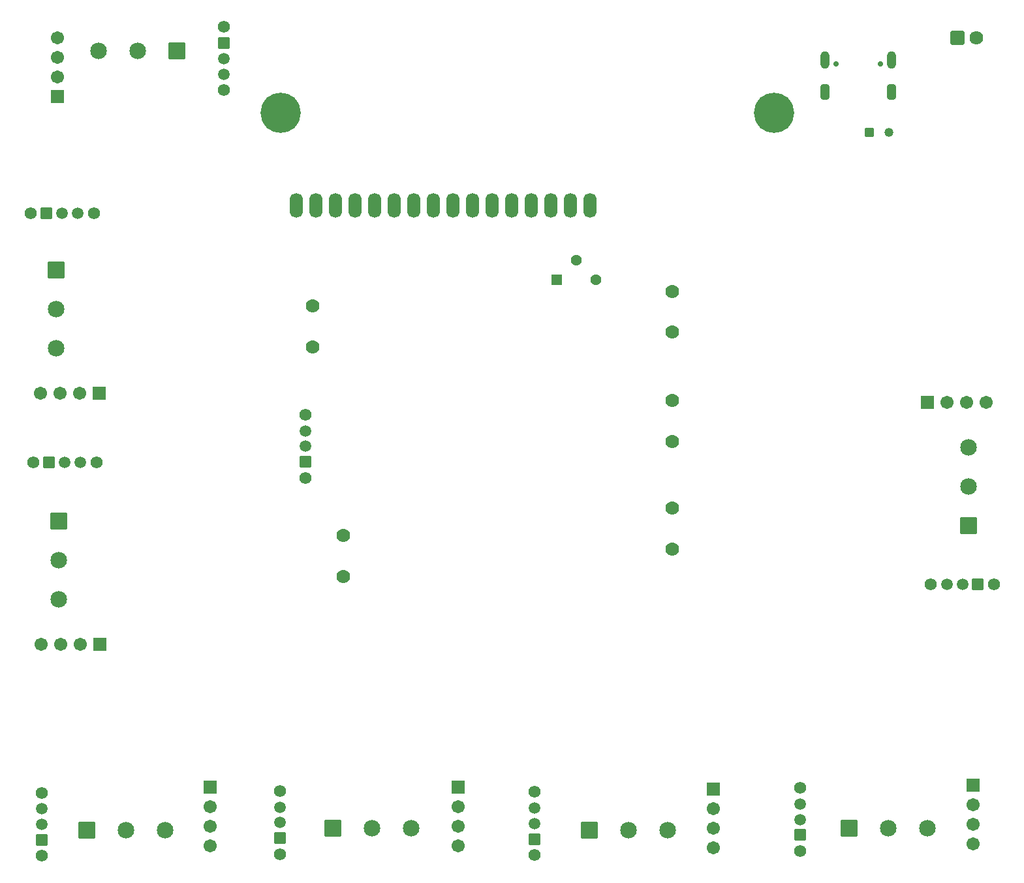
<source format=gbr>
%TF.GenerationSoftware,KiCad,Pcbnew,7.0.7*%
%TF.CreationDate,2024-05-23T09:45:08-07:00*%
%TF.ProjectId,Motor Programmer Rev. 2,4d6f746f-7220-4507-926f-6772616d6d65,rev?*%
%TF.SameCoordinates,Original*%
%TF.FileFunction,Soldermask,Bot*%
%TF.FilePolarity,Negative*%
%FSLAX46Y46*%
G04 Gerber Fmt 4.6, Leading zero omitted, Abs format (unit mm)*
G04 Created by KiCad (PCBNEW 7.0.7) date 2024-05-23 09:45:08*
%MOMM*%
%LPD*%
G01*
G04 APERTURE LIST*
G04 Aperture macros list*
%AMRoundRect*
0 Rectangle with rounded corners*
0 $1 Rounding radius*
0 $2 $3 $4 $5 $6 $7 $8 $9 X,Y pos of 4 corners*
0 Add a 4 corners polygon primitive as box body*
4,1,4,$2,$3,$4,$5,$6,$7,$8,$9,$2,$3,0*
0 Add four circle primitives for the rounded corners*
1,1,$1+$1,$2,$3*
1,1,$1+$1,$4,$5*
1,1,$1+$1,$6,$7*
1,1,$1+$1,$8,$9*
0 Add four rect primitives between the rounded corners*
20,1,$1+$1,$2,$3,$4,$5,0*
20,1,$1+$1,$4,$5,$6,$7,0*
20,1,$1+$1,$6,$7,$8,$9,0*
20,1,$1+$1,$8,$9,$2,$3,0*%
G04 Aperture macros list end*
%ADD10RoundRect,0.102000X0.754000X-0.754000X0.754000X0.754000X-0.754000X0.754000X-0.754000X-0.754000X0*%
%ADD11C,1.712000*%
%ADD12RoundRect,0.102000X-0.975000X-0.975000X0.975000X-0.975000X0.975000X0.975000X-0.975000X0.975000X0*%
%ADD13C,2.154000*%
%ADD14C,1.777800*%
%ADD15C,1.576000*%
%ADD16RoundRect,0.102000X0.654000X-0.654000X0.654000X0.654000X-0.654000X0.654000X-0.654000X-0.654000X0*%
%ADD17C,1.512000*%
%ADD18RoundRect,0.102000X-0.492500X-0.492500X0.492500X-0.492500X0.492500X0.492500X-0.492500X0.492500X0*%
%ADD19C,1.189000*%
%ADD20RoundRect,0.102000X-0.975000X0.975000X-0.975000X-0.975000X0.975000X-0.975000X0.975000X0.975000X0*%
%ADD21RoundRect,0.102000X-0.611000X-0.611000X0.611000X-0.611000X0.611000X0.611000X-0.611000X0.611000X0*%
%ADD22C,1.426000*%
%ADD23RoundRect,0.102000X0.754000X0.754000X-0.754000X0.754000X-0.754000X-0.754000X0.754000X-0.754000X0*%
%ADD24C,0.726000*%
%ADD25O,1.204000X2.304000*%
%ADD26RoundRect,0.352000X-0.250000X-0.650000X0.250000X-0.650000X0.250000X0.650000X-0.250000X0.650000X0*%
%ADD27RoundRect,0.102000X-0.754000X0.754000X-0.754000X-0.754000X0.754000X-0.754000X0.754000X0.754000X0*%
%ADD28RoundRect,0.102000X-0.754000X-0.754000X0.754000X-0.754000X0.754000X0.754000X-0.754000X0.754000X0*%
%ADD29RoundRect,0.102000X0.654000X0.654000X-0.654000X0.654000X-0.654000X-0.654000X0.654000X-0.654000X0*%
%ADD30RoundRect,0.102000X-0.654000X0.654000X-0.654000X-0.654000X0.654000X-0.654000X0.654000X0.654000X0*%
%ADD31RoundRect,0.102000X0.787500X0.787500X-0.787500X0.787500X-0.787500X-0.787500X0.787500X-0.787500X0*%
%ADD32C,1.779000*%
%ADD33RoundRect,0.102000X0.975000X-0.975000X0.975000X0.975000X-0.975000X0.975000X-0.975000X-0.975000X0*%
%ADD34RoundRect,0.102000X-0.654000X-0.654000X0.654000X-0.654000X0.654000X0.654000X-0.654000X0.654000X0*%
%ADD35RoundRect,0.102000X0.975000X0.975000X-0.975000X0.975000X-0.975000X-0.975000X0.975000X-0.975000X0*%
%ADD36O,1.712000X3.220000*%
%ADD37C,5.220000*%
G04 APERTURE END LIST*
D10*
%TO.C,PS4*%
X82644900Y-44009900D03*
D11*
X82644900Y-41469900D03*
X82644900Y-38929900D03*
X82644900Y-36389900D03*
%TD*%
D12*
%TO.C,J10*%
X118410600Y-139014200D03*
D13*
X123490600Y-139014200D03*
X128570600Y-139014200D03*
%TD*%
D14*
%TO.C,U7*%
X162394550Y-102770200D03*
X162394550Y-97470200D03*
%TD*%
D12*
%TO.C,J11*%
X151698000Y-139319000D03*
D13*
X156778000Y-139319000D03*
X161858000Y-139319000D03*
%TD*%
D15*
%TO.C,S4*%
X179025800Y-142004700D03*
X179025800Y-133804700D03*
D16*
X179025800Y-139904700D03*
D17*
X179025800Y-137904700D03*
X179025800Y-135904700D03*
%TD*%
D15*
%TO.C,S2*%
X80654200Y-142620000D03*
X80654200Y-134420000D03*
D16*
X80654200Y-140520000D03*
D17*
X80654200Y-138520000D03*
X80654200Y-136520000D03*
%TD*%
D18*
%TO.C,J12*%
X187967300Y-48648300D03*
D19*
X190507300Y-48648300D03*
%TD*%
D20*
%TO.C,J3*%
X82502100Y-66538115D03*
D13*
X82502100Y-71618115D03*
X82502100Y-76698115D03*
%TD*%
D15*
%TO.C,S9*%
X144586000Y-142523500D03*
X144586000Y-134323500D03*
D16*
X144586000Y-140423500D03*
D17*
X144586000Y-138423500D03*
X144586000Y-136423500D03*
%TD*%
D14*
%TO.C,U13*%
X115791850Y-71250000D03*
X115791850Y-76550000D03*
%TD*%
D15*
%TO.C,S3*%
X114850000Y-93522500D03*
X114850000Y-85322500D03*
D16*
X114850000Y-91422500D03*
D17*
X114850000Y-89422500D03*
X114850000Y-87422500D03*
%TD*%
D21*
%TO.C,VR1*%
X147427800Y-67836800D03*
D22*
X149967800Y-65296800D03*
X152507800Y-67836800D03*
%TD*%
D23*
%TO.C,PS1*%
X88044600Y-82540115D03*
D11*
X85504600Y-82540115D03*
X82964600Y-82540115D03*
X80424600Y-82540115D03*
%TD*%
D15*
%TO.C,S8*%
X111552600Y-142384200D03*
X111552600Y-134184200D03*
D16*
X111552600Y-140284200D03*
D17*
X111552600Y-138284200D03*
X111552600Y-136284200D03*
%TD*%
D14*
%TO.C,U5*%
X162439150Y-74608200D03*
X162439150Y-69308200D03*
%TD*%
%TO.C,U16*%
X119701850Y-101030000D03*
X119701850Y-106330000D03*
%TD*%
D24*
%TO.C,J1*%
X183653800Y-39772800D03*
X189433800Y-39772800D03*
D25*
X182223800Y-39272800D03*
X190863800Y-39272800D03*
D26*
X182223800Y-43452800D03*
X190863800Y-43452800D03*
%TD*%
D27*
%TO.C,PS7*%
X134666600Y-133680200D03*
D11*
X134666600Y-136220200D03*
X134666600Y-138760200D03*
X134666600Y-141300200D03*
%TD*%
D12*
%TO.C,J5*%
X86496200Y-139282000D03*
D13*
X91576200Y-139282000D03*
X96656200Y-139282000D03*
%TD*%
D12*
%TO.C,J6*%
X185375800Y-139008700D03*
D13*
X190455800Y-139008700D03*
X195535800Y-139008700D03*
%TD*%
D28*
%TO.C,PS6*%
X195473800Y-83773800D03*
D11*
X198013800Y-83773800D03*
X200553800Y-83773800D03*
X203093800Y-83773800D03*
%TD*%
D20*
%TO.C,J8*%
X82861400Y-99136200D03*
D13*
X82861400Y-104216200D03*
X82861400Y-109296200D03*
%TD*%
D27*
%TO.C,PS2*%
X102498200Y-133694000D03*
D11*
X102498200Y-136234000D03*
X102498200Y-138774000D03*
X102498200Y-141314000D03*
%TD*%
D15*
%TO.C,S7*%
X204145800Y-107395800D03*
X195945800Y-107395800D03*
D29*
X202045800Y-107395800D03*
D17*
X200045800Y-107395800D03*
X198045800Y-107395800D03*
%TD*%
D15*
%TO.C,S5*%
X104262900Y-35011900D03*
X104262900Y-43211900D03*
D30*
X104262900Y-37111900D03*
D17*
X104262900Y-39111900D03*
X104262900Y-41111900D03*
%TD*%
D31*
%TO.C,J4*%
X199390000Y-36449000D03*
D32*
X201890000Y-36449000D03*
%TD*%
D33*
%TO.C,J9*%
X200807800Y-99775800D03*
D13*
X200807800Y-94695800D03*
X200807800Y-89615800D03*
%TD*%
D15*
%TO.C,S6*%
X79491400Y-91516200D03*
X87691400Y-91516200D03*
D34*
X81591400Y-91516200D03*
D17*
X83591400Y-91516200D03*
X85591400Y-91516200D03*
%TD*%
D35*
%TO.C,J7*%
X98166900Y-38127900D03*
D13*
X93086900Y-38127900D03*
X88006900Y-38127900D03*
%TD*%
D14*
%TO.C,U6*%
X162394550Y-88800200D03*
X162394550Y-83500200D03*
%TD*%
D27*
%TO.C,PS8*%
X167728000Y-133945000D03*
D11*
X167728000Y-136485000D03*
X167728000Y-139025000D03*
X167728000Y-141565000D03*
%TD*%
D15*
%TO.C,S1*%
X79154600Y-59172115D03*
X87354600Y-59172115D03*
D34*
X81254600Y-59172115D03*
D17*
X83254600Y-59172115D03*
X85254600Y-59172115D03*
%TD*%
D23*
%TO.C,PS5*%
X88195400Y-115166200D03*
D11*
X85655400Y-115166200D03*
X83115400Y-115166200D03*
X80575400Y-115166200D03*
%TD*%
D27*
%TO.C,PS3*%
X201405800Y-133426200D03*
D11*
X201405800Y-135966200D03*
X201405800Y-138506200D03*
X201405800Y-141046200D03*
%TD*%
D36*
%TO.C,J2*%
X146665800Y-58184800D03*
X144125800Y-58184800D03*
X141585800Y-58184800D03*
X139045800Y-58184800D03*
X136505800Y-58184800D03*
X133965800Y-58184800D03*
X131425800Y-58184800D03*
X128885800Y-58184800D03*
X126345800Y-58184800D03*
X123805800Y-58184800D03*
X121265800Y-58184800D03*
X118725800Y-58184800D03*
X116185800Y-58184800D03*
X113645800Y-58184800D03*
X151745800Y-58184800D03*
X149205800Y-58184800D03*
D37*
X175645800Y-46184800D03*
X111645800Y-46184800D03*
%TD*%
M02*

</source>
